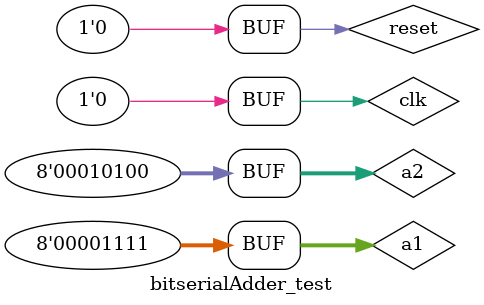
<source format=v>
`timescale 1ns / 1ps

module bitserialAdder_test;

	// Inputs
	reg [7:0] a1;
	reg [7:0] a2;
	reg clk;
	reg reset;

	// Outputs
	wire [7:0] sum;
	wire out;

	// Instantiate the Unit Under Test (UUT)
	Bit_Serial_Adder uut (
		.a1(a1), 
		.a2(a2), 
		.clk(clk), 
		.reset(reset), 
		.sum(sum), 
		.out(out)
	);

	initial begin
		// Initialize Inputs
		a1 = 0;
		a2 = 0;
		clk = 0;
		reset = 0;

		// Wait 100 ns for global reset to finish
		#100;
        
		// Add stimulus here
		#5;clk =1; a1 =15;a2 =20; 
		#5;clk =0;
		#5;clk =1;
		#5;clk=0;
		#5;clk =1;
		#5;clk=0;
		#5;clk =1;
		#5;clk=0;
		#5;clk =1;
		#5;clk=0;
		#5;clk =1;
		#5;clk=0;
		#5;clk =1;
		#5;clk=0;
		#5;clk =1;
		#5;clk=0;
		#5;clk =1;
		#5;clk=0;
		$monitor("rst = %b a1 = %d a2 = %d SUM = %d",
			reset,
			a1,
			a2,
			sum
		);
	end
      
endmodule
</source>
